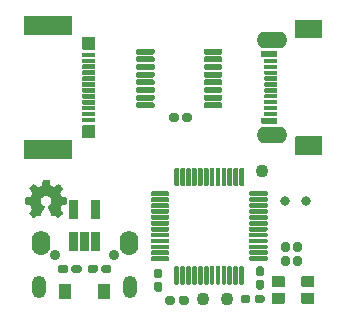
<source format=gbs>
%TF.GenerationSoftware,KiCad,Pcbnew,(5.1.7)-1*%
%TF.CreationDate,2020-11-18T22:53:05+01:00*%
%TF.ProjectId,twonkie,74776f6e-6b69-4652-9e6b-696361645f70,rev?*%
%TF.SameCoordinates,PX448d510PY20b3950*%
%TF.FileFunction,Soldermask,Bot*%
%TF.FilePolarity,Negative*%
%FSLAX46Y46*%
G04 Gerber Fmt 4.6, Leading zero omitted, Abs format (unit mm)*
G04 Created by KiCad (PCBNEW (5.1.7)-1) date 2020-11-18 22:53:05*
%MOMM*%
%LPD*%
G01*
G04 APERTURE LIST*
%ADD10C,0.002540*%
%ADD11O,0.901600X0.901600*%
%ADD12O,1.251600X1.901600*%
%ADD13O,1.551600X2.101600*%
%ADD14O,2.601600X1.401600*%
%ADD15C,1.101600*%
%ADD16C,0.801600*%
G04 APERTURE END LIST*
D10*
%TO.C,G\u002A\u002A\u002A*%
G36*
X3091180Y-17320260D02*
G01*
X3073400Y-17310100D01*
X3032760Y-17284700D01*
X2974340Y-17246600D01*
X2905760Y-17198340D01*
X2834640Y-17152620D01*
X2778760Y-17114520D01*
X2738120Y-17089120D01*
X2722880Y-17078960D01*
X2712720Y-17081500D01*
X2679700Y-17099280D01*
X2631440Y-17122140D01*
X2606040Y-17137380D01*
X2560320Y-17157700D01*
X2540000Y-17160240D01*
X2534920Y-17155160D01*
X2519680Y-17119600D01*
X2494280Y-17063720D01*
X2461260Y-16987520D01*
X2423160Y-16898620D01*
X2382520Y-16802100D01*
X2341880Y-16705580D01*
X2303780Y-16611600D01*
X2268220Y-16527780D01*
X2242820Y-16459200D01*
X2222500Y-16413480D01*
X2217420Y-16393160D01*
X2219960Y-16388080D01*
X2240280Y-16367760D01*
X2278380Y-16337280D01*
X2362200Y-16271240D01*
X2443480Y-16169640D01*
X2494280Y-16052800D01*
X2509520Y-15923260D01*
X2496820Y-15803880D01*
X2448560Y-15692120D01*
X2369820Y-15587980D01*
X2273300Y-15511780D01*
X2159000Y-15463520D01*
X2032000Y-15448280D01*
X1910080Y-15460980D01*
X1793240Y-15506700D01*
X1691640Y-15585440D01*
X1645920Y-15636240D01*
X1587500Y-15740380D01*
X1551940Y-15852140D01*
X1549400Y-15880080D01*
X1554480Y-16002000D01*
X1590040Y-16121380D01*
X1656080Y-16225520D01*
X1744980Y-16311880D01*
X1757680Y-16319500D01*
X1798320Y-16352520D01*
X1826260Y-16372840D01*
X1849120Y-16390620D01*
X1691640Y-16766540D01*
X1666240Y-16827500D01*
X1623060Y-16931640D01*
X1584960Y-17020540D01*
X1557020Y-17089120D01*
X1534160Y-17137380D01*
X1526540Y-17155160D01*
X1524000Y-17157700D01*
X1511300Y-17160240D01*
X1483360Y-17150080D01*
X1430020Y-17124680D01*
X1394460Y-17106900D01*
X1353820Y-17086580D01*
X1336040Y-17078960D01*
X1320800Y-17086580D01*
X1282700Y-17111980D01*
X1226820Y-17150080D01*
X1160780Y-17195800D01*
X1094740Y-17238980D01*
X1036320Y-17277080D01*
X993140Y-17305020D01*
X972820Y-17317720D01*
X970280Y-17317720D01*
X949960Y-17307560D01*
X916940Y-17277080D01*
X866140Y-17228820D01*
X792480Y-17157700D01*
X782320Y-17147540D01*
X721360Y-17086580D01*
X673100Y-17035780D01*
X642620Y-17000220D01*
X629920Y-16982440D01*
X640080Y-16962120D01*
X668020Y-16918940D01*
X706120Y-16860520D01*
X754380Y-16789400D01*
X878840Y-16609060D01*
X810260Y-16436340D01*
X789940Y-16385540D01*
X762000Y-16322040D01*
X744220Y-16276320D01*
X734060Y-16256000D01*
X713740Y-16248380D01*
X668020Y-16238220D01*
X599440Y-16225520D01*
X518160Y-16210280D01*
X441960Y-16195040D01*
X370840Y-16182340D01*
X322580Y-16172180D01*
X299720Y-16167100D01*
X294640Y-16164560D01*
X289560Y-16154400D01*
X287020Y-16129000D01*
X284480Y-16088360D01*
X284480Y-16019780D01*
X284480Y-15923260D01*
X284480Y-15913100D01*
X284480Y-15821660D01*
X287020Y-15748000D01*
X289560Y-15702280D01*
X292100Y-15681960D01*
X312420Y-15676880D01*
X363220Y-15666720D01*
X431800Y-15654020D01*
X515620Y-15638780D01*
X520700Y-15636240D01*
X604520Y-15621000D01*
X673100Y-15605760D01*
X721360Y-15595600D01*
X741680Y-15587980D01*
X746760Y-15582900D01*
X762000Y-15549880D01*
X787400Y-15499080D01*
X812800Y-15435580D01*
X840740Y-15372080D01*
X863600Y-15313660D01*
X878840Y-15270480D01*
X883920Y-15250160D01*
X871220Y-15229840D01*
X843280Y-15186660D01*
X802640Y-15128240D01*
X754380Y-15057120D01*
X751840Y-15052040D01*
X703580Y-14980920D01*
X665480Y-14922500D01*
X640080Y-14879320D01*
X629920Y-14861540D01*
X629920Y-14859000D01*
X645160Y-14838680D01*
X680720Y-14798040D01*
X731520Y-14744700D01*
X795020Y-14683740D01*
X812800Y-14665960D01*
X881380Y-14597380D01*
X929640Y-14554200D01*
X957580Y-14531340D01*
X972820Y-14526260D01*
X993140Y-14538960D01*
X1038860Y-14569440D01*
X1097280Y-14610080D01*
X1168400Y-14658340D01*
X1173480Y-14660880D01*
X1244600Y-14709140D01*
X1303020Y-14747240D01*
X1343660Y-14775180D01*
X1361440Y-14785340D01*
X1363980Y-14785340D01*
X1391920Y-14777720D01*
X1442720Y-14759940D01*
X1503680Y-14737080D01*
X1569720Y-14711680D01*
X1628140Y-14686280D01*
X1671320Y-14665960D01*
X1691640Y-14653260D01*
X1694180Y-14653260D01*
X1699260Y-14627860D01*
X1711960Y-14574520D01*
X1727200Y-14503400D01*
X1742440Y-14417040D01*
X1744980Y-14404340D01*
X1762760Y-14320520D01*
X1775460Y-14251940D01*
X1785620Y-14203680D01*
X1790700Y-14183360D01*
X1800860Y-14180820D01*
X1841500Y-14178280D01*
X1905000Y-14178280D01*
X1981200Y-14175740D01*
X2057400Y-14175740D01*
X2136140Y-14178280D01*
X2202180Y-14180820D01*
X2247900Y-14183360D01*
X2268220Y-14188440D01*
X2275840Y-14213840D01*
X2288540Y-14267180D01*
X2301240Y-14340840D01*
X2319020Y-14424660D01*
X2321560Y-14439900D01*
X2336800Y-14523720D01*
X2352040Y-14592300D01*
X2362200Y-14638020D01*
X2367280Y-14658340D01*
X2374900Y-14660880D01*
X2407920Y-14676120D01*
X2463800Y-14698980D01*
X2532380Y-14726920D01*
X2692400Y-14792960D01*
X2890520Y-14658340D01*
X2908300Y-14645640D01*
X2979420Y-14597380D01*
X3035300Y-14559280D01*
X3075940Y-14533880D01*
X3093720Y-14523720D01*
X3114040Y-14541500D01*
X3154680Y-14577060D01*
X3205480Y-14630400D01*
X3268980Y-14691360D01*
X3314700Y-14737080D01*
X3368040Y-14792960D01*
X3403600Y-14828520D01*
X3421380Y-14853920D01*
X3429000Y-14866620D01*
X3426460Y-14876780D01*
X3413760Y-14897100D01*
X3385820Y-14940280D01*
X3345180Y-14998700D01*
X3296920Y-15069820D01*
X3256280Y-15128240D01*
X3215640Y-15194280D01*
X3187700Y-15240000D01*
X3177540Y-15262860D01*
X3180080Y-15273020D01*
X3192780Y-15311120D01*
X3215640Y-15369540D01*
X3246120Y-15438120D01*
X3314700Y-15593060D01*
X3416300Y-15613380D01*
X3477260Y-15626080D01*
X3563620Y-15641320D01*
X3647440Y-15659100D01*
X3776980Y-15681960D01*
X3782060Y-16154400D01*
X3761740Y-16164560D01*
X3741420Y-16169640D01*
X3693160Y-16179800D01*
X3624580Y-16192500D01*
X3545840Y-16207740D01*
X3477260Y-16220440D01*
X3408680Y-16235680D01*
X3357880Y-16243300D01*
X3335020Y-16248380D01*
X3329940Y-16256000D01*
X3312160Y-16289020D01*
X3289300Y-16342360D01*
X3261360Y-16405860D01*
X3233420Y-16474440D01*
X3208020Y-16535400D01*
X3192780Y-16581120D01*
X3185160Y-16606520D01*
X3195320Y-16624300D01*
X3220720Y-16664940D01*
X3258820Y-16723360D01*
X3307080Y-16791940D01*
X3352800Y-16860520D01*
X3393440Y-16918940D01*
X3421380Y-16959580D01*
X3431540Y-16979900D01*
X3426460Y-16992600D01*
X3398520Y-17025620D01*
X3347720Y-17078960D01*
X3268980Y-17155160D01*
X3256280Y-17167860D01*
X3195320Y-17226280D01*
X3144520Y-17274540D01*
X3108960Y-17307560D01*
X3091180Y-17320260D01*
G37*
X3091180Y-17320260D02*
X3073400Y-17310100D01*
X3032760Y-17284700D01*
X2974340Y-17246600D01*
X2905760Y-17198340D01*
X2834640Y-17152620D01*
X2778760Y-17114520D01*
X2738120Y-17089120D01*
X2722880Y-17078960D01*
X2712720Y-17081500D01*
X2679700Y-17099280D01*
X2631440Y-17122140D01*
X2606040Y-17137380D01*
X2560320Y-17157700D01*
X2540000Y-17160240D01*
X2534920Y-17155160D01*
X2519680Y-17119600D01*
X2494280Y-17063720D01*
X2461260Y-16987520D01*
X2423160Y-16898620D01*
X2382520Y-16802100D01*
X2341880Y-16705580D01*
X2303780Y-16611600D01*
X2268220Y-16527780D01*
X2242820Y-16459200D01*
X2222500Y-16413480D01*
X2217420Y-16393160D01*
X2219960Y-16388080D01*
X2240280Y-16367760D01*
X2278380Y-16337280D01*
X2362200Y-16271240D01*
X2443480Y-16169640D01*
X2494280Y-16052800D01*
X2509520Y-15923260D01*
X2496820Y-15803880D01*
X2448560Y-15692120D01*
X2369820Y-15587980D01*
X2273300Y-15511780D01*
X2159000Y-15463520D01*
X2032000Y-15448280D01*
X1910080Y-15460980D01*
X1793240Y-15506700D01*
X1691640Y-15585440D01*
X1645920Y-15636240D01*
X1587500Y-15740380D01*
X1551940Y-15852140D01*
X1549400Y-15880080D01*
X1554480Y-16002000D01*
X1590040Y-16121380D01*
X1656080Y-16225520D01*
X1744980Y-16311880D01*
X1757680Y-16319500D01*
X1798320Y-16352520D01*
X1826260Y-16372840D01*
X1849120Y-16390620D01*
X1691640Y-16766540D01*
X1666240Y-16827500D01*
X1623060Y-16931640D01*
X1584960Y-17020540D01*
X1557020Y-17089120D01*
X1534160Y-17137380D01*
X1526540Y-17155160D01*
X1524000Y-17157700D01*
X1511300Y-17160240D01*
X1483360Y-17150080D01*
X1430020Y-17124680D01*
X1394460Y-17106900D01*
X1353820Y-17086580D01*
X1336040Y-17078960D01*
X1320800Y-17086580D01*
X1282700Y-17111980D01*
X1226820Y-17150080D01*
X1160780Y-17195800D01*
X1094740Y-17238980D01*
X1036320Y-17277080D01*
X993140Y-17305020D01*
X972820Y-17317720D01*
X970280Y-17317720D01*
X949960Y-17307560D01*
X916940Y-17277080D01*
X866140Y-17228820D01*
X792480Y-17157700D01*
X782320Y-17147540D01*
X721360Y-17086580D01*
X673100Y-17035780D01*
X642620Y-17000220D01*
X629920Y-16982440D01*
X640080Y-16962120D01*
X668020Y-16918940D01*
X706120Y-16860520D01*
X754380Y-16789400D01*
X878840Y-16609060D01*
X810260Y-16436340D01*
X789940Y-16385540D01*
X762000Y-16322040D01*
X744220Y-16276320D01*
X734060Y-16256000D01*
X713740Y-16248380D01*
X668020Y-16238220D01*
X599440Y-16225520D01*
X518160Y-16210280D01*
X441960Y-16195040D01*
X370840Y-16182340D01*
X322580Y-16172180D01*
X299720Y-16167100D01*
X294640Y-16164560D01*
X289560Y-16154400D01*
X287020Y-16129000D01*
X284480Y-16088360D01*
X284480Y-16019780D01*
X284480Y-15923260D01*
X284480Y-15913100D01*
X284480Y-15821660D01*
X287020Y-15748000D01*
X289560Y-15702280D01*
X292100Y-15681960D01*
X312420Y-15676880D01*
X363220Y-15666720D01*
X431800Y-15654020D01*
X515620Y-15638780D01*
X520700Y-15636240D01*
X604520Y-15621000D01*
X673100Y-15605760D01*
X721360Y-15595600D01*
X741680Y-15587980D01*
X746760Y-15582900D01*
X762000Y-15549880D01*
X787400Y-15499080D01*
X812800Y-15435580D01*
X840740Y-15372080D01*
X863600Y-15313660D01*
X878840Y-15270480D01*
X883920Y-15250160D01*
X871220Y-15229840D01*
X843280Y-15186660D01*
X802640Y-15128240D01*
X754380Y-15057120D01*
X751840Y-15052040D01*
X703580Y-14980920D01*
X665480Y-14922500D01*
X640080Y-14879320D01*
X629920Y-14861540D01*
X629920Y-14859000D01*
X645160Y-14838680D01*
X680720Y-14798040D01*
X731520Y-14744700D01*
X795020Y-14683740D01*
X812800Y-14665960D01*
X881380Y-14597380D01*
X929640Y-14554200D01*
X957580Y-14531340D01*
X972820Y-14526260D01*
X993140Y-14538960D01*
X1038860Y-14569440D01*
X1097280Y-14610080D01*
X1168400Y-14658340D01*
X1173480Y-14660880D01*
X1244600Y-14709140D01*
X1303020Y-14747240D01*
X1343660Y-14775180D01*
X1361440Y-14785340D01*
X1363980Y-14785340D01*
X1391920Y-14777720D01*
X1442720Y-14759940D01*
X1503680Y-14737080D01*
X1569720Y-14711680D01*
X1628140Y-14686280D01*
X1671320Y-14665960D01*
X1691640Y-14653260D01*
X1694180Y-14653260D01*
X1699260Y-14627860D01*
X1711960Y-14574520D01*
X1727200Y-14503400D01*
X1742440Y-14417040D01*
X1744980Y-14404340D01*
X1762760Y-14320520D01*
X1775460Y-14251940D01*
X1785620Y-14203680D01*
X1790700Y-14183360D01*
X1800860Y-14180820D01*
X1841500Y-14178280D01*
X1905000Y-14178280D01*
X1981200Y-14175740D01*
X2057400Y-14175740D01*
X2136140Y-14178280D01*
X2202180Y-14180820D01*
X2247900Y-14183360D01*
X2268220Y-14188440D01*
X2275840Y-14213840D01*
X2288540Y-14267180D01*
X2301240Y-14340840D01*
X2319020Y-14424660D01*
X2321560Y-14439900D01*
X2336800Y-14523720D01*
X2352040Y-14592300D01*
X2362200Y-14638020D01*
X2367280Y-14658340D01*
X2374900Y-14660880D01*
X2407920Y-14676120D01*
X2463800Y-14698980D01*
X2532380Y-14726920D01*
X2692400Y-14792960D01*
X2890520Y-14658340D01*
X2908300Y-14645640D01*
X2979420Y-14597380D01*
X3035300Y-14559280D01*
X3075940Y-14533880D01*
X3093720Y-14523720D01*
X3114040Y-14541500D01*
X3154680Y-14577060D01*
X3205480Y-14630400D01*
X3268980Y-14691360D01*
X3314700Y-14737080D01*
X3368040Y-14792960D01*
X3403600Y-14828520D01*
X3421380Y-14853920D01*
X3429000Y-14866620D01*
X3426460Y-14876780D01*
X3413760Y-14897100D01*
X3385820Y-14940280D01*
X3345180Y-14998700D01*
X3296920Y-15069820D01*
X3256280Y-15128240D01*
X3215640Y-15194280D01*
X3187700Y-15240000D01*
X3177540Y-15262860D01*
X3180080Y-15273020D01*
X3192780Y-15311120D01*
X3215640Y-15369540D01*
X3246120Y-15438120D01*
X3314700Y-15593060D01*
X3416300Y-15613380D01*
X3477260Y-15626080D01*
X3563620Y-15641320D01*
X3647440Y-15659100D01*
X3776980Y-15681960D01*
X3782060Y-16154400D01*
X3761740Y-16164560D01*
X3741420Y-16169640D01*
X3693160Y-16179800D01*
X3624580Y-16192500D01*
X3545840Y-16207740D01*
X3477260Y-16220440D01*
X3408680Y-16235680D01*
X3357880Y-16243300D01*
X3335020Y-16248380D01*
X3329940Y-16256000D01*
X3312160Y-16289020D01*
X3289300Y-16342360D01*
X3261360Y-16405860D01*
X3233420Y-16474440D01*
X3208020Y-16535400D01*
X3192780Y-16581120D01*
X3185160Y-16606520D01*
X3195320Y-16624300D01*
X3220720Y-16664940D01*
X3258820Y-16723360D01*
X3307080Y-16791940D01*
X3352800Y-16860520D01*
X3393440Y-16918940D01*
X3421380Y-16959580D01*
X3431540Y-16979900D01*
X3426460Y-16992600D01*
X3398520Y-17025620D01*
X3347720Y-17078960D01*
X3268980Y-17155160D01*
X3256280Y-17167860D01*
X3195320Y-17226280D01*
X3144520Y-17274540D01*
X3108960Y-17307560D01*
X3091180Y-17320260D01*
%TD*%
D11*
%TO.C,J3*%
X7834000Y-20536000D03*
X2834000Y-20536000D03*
D12*
X9209000Y-23286000D03*
X1459000Y-23286000D03*
D13*
X9059000Y-19486000D03*
X1609000Y-19486000D03*
%TD*%
%TO.C,J1*%
G36*
G01*
X21590000Y-8780800D02*
X20590000Y-8780800D01*
G75*
G02*
X20539200Y-8730000I0J50800D01*
G01*
X20539200Y-8470000D01*
G75*
G02*
X20590000Y-8419200I50800J0D01*
G01*
X21590000Y-8419200D01*
G75*
G02*
X21640800Y-8470000I0J-50800D01*
G01*
X21640800Y-8730000D01*
G75*
G02*
X21590000Y-8780800I-50800J0D01*
G01*
G37*
G36*
G01*
X21590000Y-8280800D02*
X20590000Y-8280800D01*
G75*
G02*
X20539200Y-8230000I0J50800D01*
G01*
X20539200Y-7970000D01*
G75*
G02*
X20590000Y-7919200I50800J0D01*
G01*
X21590000Y-7919200D01*
G75*
G02*
X21640800Y-7970000I0J-50800D01*
G01*
X21640800Y-8230000D01*
G75*
G02*
X21590000Y-8280800I-50800J0D01*
G01*
G37*
G36*
G01*
X21590000Y-7780800D02*
X20590000Y-7780800D01*
G75*
G02*
X20539200Y-7730000I0J50800D01*
G01*
X20539200Y-7470000D01*
G75*
G02*
X20590000Y-7419200I50800J0D01*
G01*
X21590000Y-7419200D01*
G75*
G02*
X21640800Y-7470000I0J-50800D01*
G01*
X21640800Y-7730000D01*
G75*
G02*
X21590000Y-7780800I-50800J0D01*
G01*
G37*
G36*
G01*
X21590000Y-7280800D02*
X20590000Y-7280800D01*
G75*
G02*
X20539200Y-7230000I0J50800D01*
G01*
X20539200Y-6970000D01*
G75*
G02*
X20590000Y-6919200I50800J0D01*
G01*
X21590000Y-6919200D01*
G75*
G02*
X21640800Y-6970000I0J-50800D01*
G01*
X21640800Y-7230000D01*
G75*
G02*
X21590000Y-7280800I-50800J0D01*
G01*
G37*
G36*
G01*
X21590000Y-6780800D02*
X20590000Y-6780800D01*
G75*
G02*
X20539200Y-6730000I0J50800D01*
G01*
X20539200Y-6470000D01*
G75*
G02*
X20590000Y-6419200I50800J0D01*
G01*
X21590000Y-6419200D01*
G75*
G02*
X21640800Y-6470000I0J-50800D01*
G01*
X21640800Y-6730000D01*
G75*
G02*
X21590000Y-6780800I-50800J0D01*
G01*
G37*
G36*
G01*
X21590000Y-6280800D02*
X20590000Y-6280800D01*
G75*
G02*
X20539200Y-6230000I0J50800D01*
G01*
X20539200Y-5970000D01*
G75*
G02*
X20590000Y-5919200I50800J0D01*
G01*
X21590000Y-5919200D01*
G75*
G02*
X21640800Y-5970000I0J-50800D01*
G01*
X21640800Y-6230000D01*
G75*
G02*
X21590000Y-6280800I-50800J0D01*
G01*
G37*
G36*
G01*
X21590000Y-5780800D02*
X20590000Y-5780800D01*
G75*
G02*
X20539200Y-5730000I0J50800D01*
G01*
X20539200Y-5470000D01*
G75*
G02*
X20590000Y-5419200I50800J0D01*
G01*
X21590000Y-5419200D01*
G75*
G02*
X21640800Y-5470000I0J-50800D01*
G01*
X21640800Y-5730000D01*
G75*
G02*
X21590000Y-5780800I-50800J0D01*
G01*
G37*
G36*
G01*
X21590000Y-5280800D02*
X20590000Y-5280800D01*
G75*
G02*
X20539200Y-5230000I0J50800D01*
G01*
X20539200Y-4970000D01*
G75*
G02*
X20590000Y-4919200I50800J0D01*
G01*
X21590000Y-4919200D01*
G75*
G02*
X21640800Y-4970000I0J-50800D01*
G01*
X21640800Y-5230000D01*
G75*
G02*
X21590000Y-5280800I-50800J0D01*
G01*
G37*
G36*
G01*
X21590000Y-4780800D02*
X20590000Y-4780800D01*
G75*
G02*
X20539200Y-4730000I0J50800D01*
G01*
X20539200Y-4470000D01*
G75*
G02*
X20590000Y-4419200I50800J0D01*
G01*
X21590000Y-4419200D01*
G75*
G02*
X21640800Y-4470000I0J-50800D01*
G01*
X21640800Y-4730000D01*
G75*
G02*
X21590000Y-4780800I-50800J0D01*
G01*
G37*
G36*
G01*
X21590000Y-4280800D02*
X20590000Y-4280800D01*
G75*
G02*
X20539200Y-4230000I0J50800D01*
G01*
X20539200Y-3970000D01*
G75*
G02*
X20590000Y-3919200I50800J0D01*
G01*
X21590000Y-3919200D01*
G75*
G02*
X21640800Y-3970000I0J-50800D01*
G01*
X21640800Y-4230000D01*
G75*
G02*
X21590000Y-4280800I-50800J0D01*
G01*
G37*
G36*
G01*
X21590000Y-9430800D02*
X20340000Y-9430800D01*
G75*
G02*
X20289200Y-9380000I0J50800D01*
G01*
X20289200Y-8970000D01*
G75*
G02*
X20340000Y-8919200I50800J0D01*
G01*
X21590000Y-8919200D01*
G75*
G02*
X21640800Y-8970000I0J-50800D01*
G01*
X21640800Y-9380000D01*
G75*
G02*
X21590000Y-9430800I-50800J0D01*
G01*
G37*
G36*
G01*
X21590000Y-3780800D02*
X20340000Y-3780800D01*
G75*
G02*
X20289200Y-3730000I0J50800D01*
G01*
X20289200Y-3320000D01*
G75*
G02*
X20340000Y-3269200I50800J0D01*
G01*
X21590000Y-3269200D01*
G75*
G02*
X21640800Y-3320000I0J-50800D01*
G01*
X21640800Y-3730000D01*
G75*
G02*
X21590000Y-3780800I-50800J0D01*
G01*
G37*
D14*
X21190000Y-10360000D03*
X21190000Y-2340000D03*
G36*
G01*
X25390000Y-12100800D02*
X23190000Y-12100800D01*
G75*
G02*
X23139200Y-12050000I0J50800D01*
G01*
X23139200Y-10550000D01*
G75*
G02*
X23190000Y-10499200I50800J0D01*
G01*
X25390000Y-10499200D01*
G75*
G02*
X25440800Y-10550000I0J-50800D01*
G01*
X25440800Y-12050000D01*
G75*
G02*
X25390000Y-12100800I-50800J0D01*
G01*
G37*
G36*
G01*
X25390000Y-2200800D02*
X23190000Y-2200800D01*
G75*
G02*
X23139200Y-2150000I0J50800D01*
G01*
X23139200Y-650000D01*
G75*
G02*
X23190000Y-599200I50800J0D01*
G01*
X25390000Y-599200D01*
G75*
G02*
X25440800Y-650000I0J-50800D01*
G01*
X25440800Y-2150000D01*
G75*
G02*
X25390000Y-2200800I-50800J0D01*
G01*
G37*
%TD*%
%TO.C,J2*%
G36*
G01*
X215000Y-299200D02*
X4215000Y-299200D01*
G75*
G02*
X4265800Y-350000I0J-50800D01*
G01*
X4265800Y-1850000D01*
G75*
G02*
X4215000Y-1900800I-50800J0D01*
G01*
X215000Y-1900800D01*
G75*
G02*
X164200Y-1850000I0J50800D01*
G01*
X164200Y-350000D01*
G75*
G02*
X215000Y-299200I50800J0D01*
G01*
G37*
G36*
G01*
X215000Y-10799200D02*
X4215000Y-10799200D01*
G75*
G02*
X4265800Y-10850000I0J-50800D01*
G01*
X4265800Y-12350000D01*
G75*
G02*
X4215000Y-12400800I-50800J0D01*
G01*
X215000Y-12400800D01*
G75*
G02*
X164200Y-12350000I0J50800D01*
G01*
X164200Y-10850000D01*
G75*
G02*
X215000Y-10799200I50800J0D01*
G01*
G37*
G36*
G01*
X5175000Y-3399200D02*
X6175000Y-3399200D01*
G75*
G02*
X6225800Y-3450000I0J-50800D01*
G01*
X6225800Y-3750000D01*
G75*
G02*
X6175000Y-3800800I-50800J0D01*
G01*
X5175000Y-3800800D01*
G75*
G02*
X5124200Y-3750000I0J50800D01*
G01*
X5124200Y-3450000D01*
G75*
G02*
X5175000Y-3399200I50800J0D01*
G01*
G37*
G36*
G01*
X5175000Y-3899200D02*
X6175000Y-3899200D01*
G75*
G02*
X6225800Y-3950000I0J-50800D01*
G01*
X6225800Y-4250000D01*
G75*
G02*
X6175000Y-4300800I-50800J0D01*
G01*
X5175000Y-4300800D01*
G75*
G02*
X5124200Y-4250000I0J50800D01*
G01*
X5124200Y-3950000D01*
G75*
G02*
X5175000Y-3899200I50800J0D01*
G01*
G37*
G36*
G01*
X5175000Y-4399200D02*
X6175000Y-4399200D01*
G75*
G02*
X6225800Y-4450000I0J-50800D01*
G01*
X6225800Y-4750000D01*
G75*
G02*
X6175000Y-4800800I-50800J0D01*
G01*
X5175000Y-4800800D01*
G75*
G02*
X5124200Y-4750000I0J50800D01*
G01*
X5124200Y-4450000D01*
G75*
G02*
X5175000Y-4399200I50800J0D01*
G01*
G37*
G36*
G01*
X5175000Y-4899200D02*
X6175000Y-4899200D01*
G75*
G02*
X6225800Y-4950000I0J-50800D01*
G01*
X6225800Y-5250000D01*
G75*
G02*
X6175000Y-5300800I-50800J0D01*
G01*
X5175000Y-5300800D01*
G75*
G02*
X5124200Y-5250000I0J50800D01*
G01*
X5124200Y-4950000D01*
G75*
G02*
X5175000Y-4899200I50800J0D01*
G01*
G37*
G36*
G01*
X5175000Y-5399200D02*
X6175000Y-5399200D01*
G75*
G02*
X6225800Y-5450000I0J-50800D01*
G01*
X6225800Y-5750000D01*
G75*
G02*
X6175000Y-5800800I-50800J0D01*
G01*
X5175000Y-5800800D01*
G75*
G02*
X5124200Y-5750000I0J50800D01*
G01*
X5124200Y-5450000D01*
G75*
G02*
X5175000Y-5399200I50800J0D01*
G01*
G37*
G36*
G01*
X5175000Y-6899200D02*
X6175000Y-6899200D01*
G75*
G02*
X6225800Y-6950000I0J-50800D01*
G01*
X6225800Y-7250000D01*
G75*
G02*
X6175000Y-7300800I-50800J0D01*
G01*
X5175000Y-7300800D01*
G75*
G02*
X5124200Y-7250000I0J50800D01*
G01*
X5124200Y-6950000D01*
G75*
G02*
X5175000Y-6899200I50800J0D01*
G01*
G37*
G36*
G01*
X5175000Y-7399200D02*
X6175000Y-7399200D01*
G75*
G02*
X6225800Y-7450000I0J-50800D01*
G01*
X6225800Y-7750000D01*
G75*
G02*
X6175000Y-7800800I-50800J0D01*
G01*
X5175000Y-7800800D01*
G75*
G02*
X5124200Y-7750000I0J50800D01*
G01*
X5124200Y-7450000D01*
G75*
G02*
X5175000Y-7399200I50800J0D01*
G01*
G37*
G36*
G01*
X5175000Y-7899200D02*
X6175000Y-7899200D01*
G75*
G02*
X6225800Y-7950000I0J-50800D01*
G01*
X6225800Y-8250000D01*
G75*
G02*
X6175000Y-8300800I-50800J0D01*
G01*
X5175000Y-8300800D01*
G75*
G02*
X5124200Y-8250000I0J50800D01*
G01*
X5124200Y-7950000D01*
G75*
G02*
X5175000Y-7899200I50800J0D01*
G01*
G37*
G36*
G01*
X5175000Y-8399200D02*
X6175000Y-8399200D01*
G75*
G02*
X6225800Y-8450000I0J-50800D01*
G01*
X6225800Y-8750000D01*
G75*
G02*
X6175000Y-8800800I-50800J0D01*
G01*
X5175000Y-8800800D01*
G75*
G02*
X5124200Y-8750000I0J50800D01*
G01*
X5124200Y-8450000D01*
G75*
G02*
X5175000Y-8399200I50800J0D01*
G01*
G37*
G36*
G01*
X5175000Y-8899200D02*
X6175000Y-8899200D01*
G75*
G02*
X6225800Y-8950000I0J-50800D01*
G01*
X6225800Y-9250000D01*
G75*
G02*
X6175000Y-9300800I-50800J0D01*
G01*
X5175000Y-9300800D01*
G75*
G02*
X5124200Y-9250000I0J50800D01*
G01*
X5124200Y-8950000D01*
G75*
G02*
X5175000Y-8899200I50800J0D01*
G01*
G37*
G36*
G01*
X5175000Y-5899200D02*
X6175000Y-5899200D01*
G75*
G02*
X6225800Y-5950000I0J-50800D01*
G01*
X6225800Y-6250000D01*
G75*
G02*
X6175000Y-6300800I-50800J0D01*
G01*
X5175000Y-6300800D01*
G75*
G02*
X5124200Y-6250000I0J50800D01*
G01*
X5124200Y-5950000D01*
G75*
G02*
X5175000Y-5899200I50800J0D01*
G01*
G37*
G36*
G01*
X5175000Y-6399200D02*
X6175000Y-6399200D01*
G75*
G02*
X6225800Y-6450000I0J-50800D01*
G01*
X6225800Y-6750000D01*
G75*
G02*
X6175000Y-6800800I-50800J0D01*
G01*
X5175000Y-6800800D01*
G75*
G02*
X5124200Y-6750000I0J50800D01*
G01*
X5124200Y-6450000D01*
G75*
G02*
X5175000Y-6399200I50800J0D01*
G01*
G37*
G36*
G01*
X5175000Y-9549200D02*
X6175000Y-9549200D01*
G75*
G02*
X6225800Y-9600000I0J-50800D01*
G01*
X6225800Y-10600000D01*
G75*
G02*
X6175000Y-10650800I-50800J0D01*
G01*
X5175000Y-10650800D01*
G75*
G02*
X5124200Y-10600000I0J50800D01*
G01*
X5124200Y-9600000D01*
G75*
G02*
X5175000Y-9549200I50800J0D01*
G01*
G37*
G36*
G01*
X5175000Y-2049200D02*
X6175000Y-2049200D01*
G75*
G02*
X6225800Y-2100000I0J-50800D01*
G01*
X6225800Y-3100000D01*
G75*
G02*
X6175000Y-3150800I-50800J0D01*
G01*
X5175000Y-3150800D01*
G75*
G02*
X5124200Y-3100000I0J50800D01*
G01*
X5124200Y-2100000D01*
G75*
G02*
X5175000Y-2049200I50800J0D01*
G01*
G37*
%TD*%
%TO.C,U4*%
G36*
G01*
X11024600Y-15146700D02*
X12400400Y-15146700D01*
G75*
G02*
X12500800Y-15247100I0J-100400D01*
G01*
X12500800Y-15447900D01*
G75*
G02*
X12400400Y-15548300I-100400J0D01*
G01*
X11024600Y-15548300D01*
G75*
G02*
X10924200Y-15447900I0J100400D01*
G01*
X10924200Y-15247100D01*
G75*
G02*
X11024600Y-15146700I100400J0D01*
G01*
G37*
G36*
G01*
X11024600Y-15646700D02*
X12400400Y-15646700D01*
G75*
G02*
X12500800Y-15747100I0J-100400D01*
G01*
X12500800Y-15947900D01*
G75*
G02*
X12400400Y-16048300I-100400J0D01*
G01*
X11024600Y-16048300D01*
G75*
G02*
X10924200Y-15947900I0J100400D01*
G01*
X10924200Y-15747100D01*
G75*
G02*
X11024600Y-15646700I100400J0D01*
G01*
G37*
G36*
G01*
X11024600Y-16146700D02*
X12400400Y-16146700D01*
G75*
G02*
X12500800Y-16247100I0J-100400D01*
G01*
X12500800Y-16447900D01*
G75*
G02*
X12400400Y-16548300I-100400J0D01*
G01*
X11024600Y-16548300D01*
G75*
G02*
X10924200Y-16447900I0J100400D01*
G01*
X10924200Y-16247100D01*
G75*
G02*
X11024600Y-16146700I100400J0D01*
G01*
G37*
G36*
G01*
X11024600Y-16646700D02*
X12400400Y-16646700D01*
G75*
G02*
X12500800Y-16747100I0J-100400D01*
G01*
X12500800Y-16947900D01*
G75*
G02*
X12400400Y-17048300I-100400J0D01*
G01*
X11024600Y-17048300D01*
G75*
G02*
X10924200Y-16947900I0J100400D01*
G01*
X10924200Y-16747100D01*
G75*
G02*
X11024600Y-16646700I100400J0D01*
G01*
G37*
G36*
G01*
X11024600Y-17146700D02*
X12400400Y-17146700D01*
G75*
G02*
X12500800Y-17247100I0J-100400D01*
G01*
X12500800Y-17447900D01*
G75*
G02*
X12400400Y-17548300I-100400J0D01*
G01*
X11024600Y-17548300D01*
G75*
G02*
X10924200Y-17447900I0J100400D01*
G01*
X10924200Y-17247100D01*
G75*
G02*
X11024600Y-17146700I100400J0D01*
G01*
G37*
G36*
G01*
X11024600Y-17646700D02*
X12400400Y-17646700D01*
G75*
G02*
X12500800Y-17747100I0J-100400D01*
G01*
X12500800Y-17947900D01*
G75*
G02*
X12400400Y-18048300I-100400J0D01*
G01*
X11024600Y-18048300D01*
G75*
G02*
X10924200Y-17947900I0J100400D01*
G01*
X10924200Y-17747100D01*
G75*
G02*
X11024600Y-17646700I100400J0D01*
G01*
G37*
G36*
G01*
X11024600Y-18146700D02*
X12400400Y-18146700D01*
G75*
G02*
X12500800Y-18247100I0J-100400D01*
G01*
X12500800Y-18447900D01*
G75*
G02*
X12400400Y-18548300I-100400J0D01*
G01*
X11024600Y-18548300D01*
G75*
G02*
X10924200Y-18447900I0J100400D01*
G01*
X10924200Y-18247100D01*
G75*
G02*
X11024600Y-18146700I100400J0D01*
G01*
G37*
G36*
G01*
X11024600Y-18646700D02*
X12400400Y-18646700D01*
G75*
G02*
X12500800Y-18747100I0J-100400D01*
G01*
X12500800Y-18947900D01*
G75*
G02*
X12400400Y-19048300I-100400J0D01*
G01*
X11024600Y-19048300D01*
G75*
G02*
X10924200Y-18947900I0J100400D01*
G01*
X10924200Y-18747100D01*
G75*
G02*
X11024600Y-18646700I100400J0D01*
G01*
G37*
G36*
G01*
X11024600Y-19146700D02*
X12400400Y-19146700D01*
G75*
G02*
X12500800Y-19247100I0J-100400D01*
G01*
X12500800Y-19447900D01*
G75*
G02*
X12400400Y-19548300I-100400J0D01*
G01*
X11024600Y-19548300D01*
G75*
G02*
X10924200Y-19447900I0J100400D01*
G01*
X10924200Y-19247100D01*
G75*
G02*
X11024600Y-19146700I100400J0D01*
G01*
G37*
G36*
G01*
X11024600Y-19646700D02*
X12400400Y-19646700D01*
G75*
G02*
X12500800Y-19747100I0J-100400D01*
G01*
X12500800Y-19947900D01*
G75*
G02*
X12400400Y-20048300I-100400J0D01*
G01*
X11024600Y-20048300D01*
G75*
G02*
X10924200Y-19947900I0J100400D01*
G01*
X10924200Y-19747100D01*
G75*
G02*
X11024600Y-19646700I100400J0D01*
G01*
G37*
G36*
G01*
X11024600Y-20146700D02*
X12400400Y-20146700D01*
G75*
G02*
X12500800Y-20247100I0J-100400D01*
G01*
X12500800Y-20447900D01*
G75*
G02*
X12400400Y-20548300I-100400J0D01*
G01*
X11024600Y-20548300D01*
G75*
G02*
X10924200Y-20447900I0J100400D01*
G01*
X10924200Y-20247100D01*
G75*
G02*
X11024600Y-20146700I100400J0D01*
G01*
G37*
G36*
G01*
X11024600Y-20646700D02*
X12400400Y-20646700D01*
G75*
G02*
X12500800Y-20747100I0J-100400D01*
G01*
X12500800Y-20947900D01*
G75*
G02*
X12400400Y-21048300I-100400J0D01*
G01*
X11024600Y-21048300D01*
G75*
G02*
X10924200Y-20947900I0J100400D01*
G01*
X10924200Y-20747100D01*
G75*
G02*
X11024600Y-20646700I100400J0D01*
G01*
G37*
G36*
G01*
X13024600Y-21471700D02*
X13225400Y-21471700D01*
G75*
G02*
X13325800Y-21572100I0J-100400D01*
G01*
X13325800Y-22947900D01*
G75*
G02*
X13225400Y-23048300I-100400J0D01*
G01*
X13024600Y-23048300D01*
G75*
G02*
X12924200Y-22947900I0J100400D01*
G01*
X12924200Y-21572100D01*
G75*
G02*
X13024600Y-21471700I100400J0D01*
G01*
G37*
G36*
G01*
X13524600Y-21471700D02*
X13725400Y-21471700D01*
G75*
G02*
X13825800Y-21572100I0J-100400D01*
G01*
X13825800Y-22947900D01*
G75*
G02*
X13725400Y-23048300I-100400J0D01*
G01*
X13524600Y-23048300D01*
G75*
G02*
X13424200Y-22947900I0J100400D01*
G01*
X13424200Y-21572100D01*
G75*
G02*
X13524600Y-21471700I100400J0D01*
G01*
G37*
G36*
G01*
X14024600Y-21471700D02*
X14225400Y-21471700D01*
G75*
G02*
X14325800Y-21572100I0J-100400D01*
G01*
X14325800Y-22947900D01*
G75*
G02*
X14225400Y-23048300I-100400J0D01*
G01*
X14024600Y-23048300D01*
G75*
G02*
X13924200Y-22947900I0J100400D01*
G01*
X13924200Y-21572100D01*
G75*
G02*
X14024600Y-21471700I100400J0D01*
G01*
G37*
G36*
G01*
X14524600Y-21471700D02*
X14725400Y-21471700D01*
G75*
G02*
X14825800Y-21572100I0J-100400D01*
G01*
X14825800Y-22947900D01*
G75*
G02*
X14725400Y-23048300I-100400J0D01*
G01*
X14524600Y-23048300D01*
G75*
G02*
X14424200Y-22947900I0J100400D01*
G01*
X14424200Y-21572100D01*
G75*
G02*
X14524600Y-21471700I100400J0D01*
G01*
G37*
G36*
G01*
X15024600Y-21471700D02*
X15225400Y-21471700D01*
G75*
G02*
X15325800Y-21572100I0J-100400D01*
G01*
X15325800Y-22947900D01*
G75*
G02*
X15225400Y-23048300I-100400J0D01*
G01*
X15024600Y-23048300D01*
G75*
G02*
X14924200Y-22947900I0J100400D01*
G01*
X14924200Y-21572100D01*
G75*
G02*
X15024600Y-21471700I100400J0D01*
G01*
G37*
G36*
G01*
X15524600Y-21471700D02*
X15725400Y-21471700D01*
G75*
G02*
X15825800Y-21572100I0J-100400D01*
G01*
X15825800Y-22947900D01*
G75*
G02*
X15725400Y-23048300I-100400J0D01*
G01*
X15524600Y-23048300D01*
G75*
G02*
X15424200Y-22947900I0J100400D01*
G01*
X15424200Y-21572100D01*
G75*
G02*
X15524600Y-21471700I100400J0D01*
G01*
G37*
G36*
G01*
X16024600Y-21471700D02*
X16225400Y-21471700D01*
G75*
G02*
X16325800Y-21572100I0J-100400D01*
G01*
X16325800Y-22947900D01*
G75*
G02*
X16225400Y-23048300I-100400J0D01*
G01*
X16024600Y-23048300D01*
G75*
G02*
X15924200Y-22947900I0J100400D01*
G01*
X15924200Y-21572100D01*
G75*
G02*
X16024600Y-21471700I100400J0D01*
G01*
G37*
G36*
G01*
X16524600Y-21471700D02*
X16725400Y-21471700D01*
G75*
G02*
X16825800Y-21572100I0J-100400D01*
G01*
X16825800Y-22947900D01*
G75*
G02*
X16725400Y-23048300I-100400J0D01*
G01*
X16524600Y-23048300D01*
G75*
G02*
X16424200Y-22947900I0J100400D01*
G01*
X16424200Y-21572100D01*
G75*
G02*
X16524600Y-21471700I100400J0D01*
G01*
G37*
G36*
G01*
X17024600Y-21471700D02*
X17225400Y-21471700D01*
G75*
G02*
X17325800Y-21572100I0J-100400D01*
G01*
X17325800Y-22947900D01*
G75*
G02*
X17225400Y-23048300I-100400J0D01*
G01*
X17024600Y-23048300D01*
G75*
G02*
X16924200Y-22947900I0J100400D01*
G01*
X16924200Y-21572100D01*
G75*
G02*
X17024600Y-21471700I100400J0D01*
G01*
G37*
G36*
G01*
X17524600Y-21471700D02*
X17725400Y-21471700D01*
G75*
G02*
X17825800Y-21572100I0J-100400D01*
G01*
X17825800Y-22947900D01*
G75*
G02*
X17725400Y-23048300I-100400J0D01*
G01*
X17524600Y-23048300D01*
G75*
G02*
X17424200Y-22947900I0J100400D01*
G01*
X17424200Y-21572100D01*
G75*
G02*
X17524600Y-21471700I100400J0D01*
G01*
G37*
G36*
G01*
X18024600Y-21471700D02*
X18225400Y-21471700D01*
G75*
G02*
X18325800Y-21572100I0J-100400D01*
G01*
X18325800Y-22947900D01*
G75*
G02*
X18225400Y-23048300I-100400J0D01*
G01*
X18024600Y-23048300D01*
G75*
G02*
X17924200Y-22947900I0J100400D01*
G01*
X17924200Y-21572100D01*
G75*
G02*
X18024600Y-21471700I100400J0D01*
G01*
G37*
G36*
G01*
X18524600Y-21471700D02*
X18725400Y-21471700D01*
G75*
G02*
X18825800Y-21572100I0J-100400D01*
G01*
X18825800Y-22947900D01*
G75*
G02*
X18725400Y-23048300I-100400J0D01*
G01*
X18524600Y-23048300D01*
G75*
G02*
X18424200Y-22947900I0J100400D01*
G01*
X18424200Y-21572100D01*
G75*
G02*
X18524600Y-21471700I100400J0D01*
G01*
G37*
G36*
G01*
X19349600Y-20646700D02*
X20725400Y-20646700D01*
G75*
G02*
X20825800Y-20747100I0J-100400D01*
G01*
X20825800Y-20947900D01*
G75*
G02*
X20725400Y-21048300I-100400J0D01*
G01*
X19349600Y-21048300D01*
G75*
G02*
X19249200Y-20947900I0J100400D01*
G01*
X19249200Y-20747100D01*
G75*
G02*
X19349600Y-20646700I100400J0D01*
G01*
G37*
G36*
G01*
X19349600Y-20146700D02*
X20725400Y-20146700D01*
G75*
G02*
X20825800Y-20247100I0J-100400D01*
G01*
X20825800Y-20447900D01*
G75*
G02*
X20725400Y-20548300I-100400J0D01*
G01*
X19349600Y-20548300D01*
G75*
G02*
X19249200Y-20447900I0J100400D01*
G01*
X19249200Y-20247100D01*
G75*
G02*
X19349600Y-20146700I100400J0D01*
G01*
G37*
G36*
G01*
X19349600Y-19646700D02*
X20725400Y-19646700D01*
G75*
G02*
X20825800Y-19747100I0J-100400D01*
G01*
X20825800Y-19947900D01*
G75*
G02*
X20725400Y-20048300I-100400J0D01*
G01*
X19349600Y-20048300D01*
G75*
G02*
X19249200Y-19947900I0J100400D01*
G01*
X19249200Y-19747100D01*
G75*
G02*
X19349600Y-19646700I100400J0D01*
G01*
G37*
G36*
G01*
X19349600Y-19146700D02*
X20725400Y-19146700D01*
G75*
G02*
X20825800Y-19247100I0J-100400D01*
G01*
X20825800Y-19447900D01*
G75*
G02*
X20725400Y-19548300I-100400J0D01*
G01*
X19349600Y-19548300D01*
G75*
G02*
X19249200Y-19447900I0J100400D01*
G01*
X19249200Y-19247100D01*
G75*
G02*
X19349600Y-19146700I100400J0D01*
G01*
G37*
G36*
G01*
X19349600Y-18646700D02*
X20725400Y-18646700D01*
G75*
G02*
X20825800Y-18747100I0J-100400D01*
G01*
X20825800Y-18947900D01*
G75*
G02*
X20725400Y-19048300I-100400J0D01*
G01*
X19349600Y-19048300D01*
G75*
G02*
X19249200Y-18947900I0J100400D01*
G01*
X19249200Y-18747100D01*
G75*
G02*
X19349600Y-18646700I100400J0D01*
G01*
G37*
G36*
G01*
X19349600Y-18146700D02*
X20725400Y-18146700D01*
G75*
G02*
X20825800Y-18247100I0J-100400D01*
G01*
X20825800Y-18447900D01*
G75*
G02*
X20725400Y-18548300I-100400J0D01*
G01*
X19349600Y-18548300D01*
G75*
G02*
X19249200Y-18447900I0J100400D01*
G01*
X19249200Y-18247100D01*
G75*
G02*
X19349600Y-18146700I100400J0D01*
G01*
G37*
G36*
G01*
X19349600Y-17646700D02*
X20725400Y-17646700D01*
G75*
G02*
X20825800Y-17747100I0J-100400D01*
G01*
X20825800Y-17947900D01*
G75*
G02*
X20725400Y-18048300I-100400J0D01*
G01*
X19349600Y-18048300D01*
G75*
G02*
X19249200Y-17947900I0J100400D01*
G01*
X19249200Y-17747100D01*
G75*
G02*
X19349600Y-17646700I100400J0D01*
G01*
G37*
G36*
G01*
X19349600Y-17146700D02*
X20725400Y-17146700D01*
G75*
G02*
X20825800Y-17247100I0J-100400D01*
G01*
X20825800Y-17447900D01*
G75*
G02*
X20725400Y-17548300I-100400J0D01*
G01*
X19349600Y-17548300D01*
G75*
G02*
X19249200Y-17447900I0J100400D01*
G01*
X19249200Y-17247100D01*
G75*
G02*
X19349600Y-17146700I100400J0D01*
G01*
G37*
G36*
G01*
X19349600Y-16646700D02*
X20725400Y-16646700D01*
G75*
G02*
X20825800Y-16747100I0J-100400D01*
G01*
X20825800Y-16947900D01*
G75*
G02*
X20725400Y-17048300I-100400J0D01*
G01*
X19349600Y-17048300D01*
G75*
G02*
X19249200Y-16947900I0J100400D01*
G01*
X19249200Y-16747100D01*
G75*
G02*
X19349600Y-16646700I100400J0D01*
G01*
G37*
G36*
G01*
X19349600Y-16146700D02*
X20725400Y-16146700D01*
G75*
G02*
X20825800Y-16247100I0J-100400D01*
G01*
X20825800Y-16447900D01*
G75*
G02*
X20725400Y-16548300I-100400J0D01*
G01*
X19349600Y-16548300D01*
G75*
G02*
X19249200Y-16447900I0J100400D01*
G01*
X19249200Y-16247100D01*
G75*
G02*
X19349600Y-16146700I100400J0D01*
G01*
G37*
G36*
G01*
X19349600Y-15646700D02*
X20725400Y-15646700D01*
G75*
G02*
X20825800Y-15747100I0J-100400D01*
G01*
X20825800Y-15947900D01*
G75*
G02*
X20725400Y-16048300I-100400J0D01*
G01*
X19349600Y-16048300D01*
G75*
G02*
X19249200Y-15947900I0J100400D01*
G01*
X19249200Y-15747100D01*
G75*
G02*
X19349600Y-15646700I100400J0D01*
G01*
G37*
G36*
G01*
X19349600Y-15146700D02*
X20725400Y-15146700D01*
G75*
G02*
X20825800Y-15247100I0J-100400D01*
G01*
X20825800Y-15447900D01*
G75*
G02*
X20725400Y-15548300I-100400J0D01*
G01*
X19349600Y-15548300D01*
G75*
G02*
X19249200Y-15447900I0J100400D01*
G01*
X19249200Y-15247100D01*
G75*
G02*
X19349600Y-15146700I100400J0D01*
G01*
G37*
G36*
G01*
X18524600Y-13146700D02*
X18725400Y-13146700D01*
G75*
G02*
X18825800Y-13247100I0J-100400D01*
G01*
X18825800Y-14622900D01*
G75*
G02*
X18725400Y-14723300I-100400J0D01*
G01*
X18524600Y-14723300D01*
G75*
G02*
X18424200Y-14622900I0J100400D01*
G01*
X18424200Y-13247100D01*
G75*
G02*
X18524600Y-13146700I100400J0D01*
G01*
G37*
G36*
G01*
X18024600Y-13146700D02*
X18225400Y-13146700D01*
G75*
G02*
X18325800Y-13247100I0J-100400D01*
G01*
X18325800Y-14622900D01*
G75*
G02*
X18225400Y-14723300I-100400J0D01*
G01*
X18024600Y-14723300D01*
G75*
G02*
X17924200Y-14622900I0J100400D01*
G01*
X17924200Y-13247100D01*
G75*
G02*
X18024600Y-13146700I100400J0D01*
G01*
G37*
G36*
G01*
X17524600Y-13146700D02*
X17725400Y-13146700D01*
G75*
G02*
X17825800Y-13247100I0J-100400D01*
G01*
X17825800Y-14622900D01*
G75*
G02*
X17725400Y-14723300I-100400J0D01*
G01*
X17524600Y-14723300D01*
G75*
G02*
X17424200Y-14622900I0J100400D01*
G01*
X17424200Y-13247100D01*
G75*
G02*
X17524600Y-13146700I100400J0D01*
G01*
G37*
G36*
G01*
X17024600Y-13146700D02*
X17225400Y-13146700D01*
G75*
G02*
X17325800Y-13247100I0J-100400D01*
G01*
X17325800Y-14622900D01*
G75*
G02*
X17225400Y-14723300I-100400J0D01*
G01*
X17024600Y-14723300D01*
G75*
G02*
X16924200Y-14622900I0J100400D01*
G01*
X16924200Y-13247100D01*
G75*
G02*
X17024600Y-13146700I100400J0D01*
G01*
G37*
G36*
G01*
X16524600Y-13146700D02*
X16725400Y-13146700D01*
G75*
G02*
X16825800Y-13247100I0J-100400D01*
G01*
X16825800Y-14622900D01*
G75*
G02*
X16725400Y-14723300I-100400J0D01*
G01*
X16524600Y-14723300D01*
G75*
G02*
X16424200Y-14622900I0J100400D01*
G01*
X16424200Y-13247100D01*
G75*
G02*
X16524600Y-13146700I100400J0D01*
G01*
G37*
G36*
G01*
X16024600Y-13146700D02*
X16225400Y-13146700D01*
G75*
G02*
X16325800Y-13247100I0J-100400D01*
G01*
X16325800Y-14622900D01*
G75*
G02*
X16225400Y-14723300I-100400J0D01*
G01*
X16024600Y-14723300D01*
G75*
G02*
X15924200Y-14622900I0J100400D01*
G01*
X15924200Y-13247100D01*
G75*
G02*
X16024600Y-13146700I100400J0D01*
G01*
G37*
G36*
G01*
X15524600Y-13146700D02*
X15725400Y-13146700D01*
G75*
G02*
X15825800Y-13247100I0J-100400D01*
G01*
X15825800Y-14622900D01*
G75*
G02*
X15725400Y-14723300I-100400J0D01*
G01*
X15524600Y-14723300D01*
G75*
G02*
X15424200Y-14622900I0J100400D01*
G01*
X15424200Y-13247100D01*
G75*
G02*
X15524600Y-13146700I100400J0D01*
G01*
G37*
G36*
G01*
X15024600Y-13146700D02*
X15225400Y-13146700D01*
G75*
G02*
X15325800Y-13247100I0J-100400D01*
G01*
X15325800Y-14622900D01*
G75*
G02*
X15225400Y-14723300I-100400J0D01*
G01*
X15024600Y-14723300D01*
G75*
G02*
X14924200Y-14622900I0J100400D01*
G01*
X14924200Y-13247100D01*
G75*
G02*
X15024600Y-13146700I100400J0D01*
G01*
G37*
G36*
G01*
X14524600Y-13146700D02*
X14725400Y-13146700D01*
G75*
G02*
X14825800Y-13247100I0J-100400D01*
G01*
X14825800Y-14622900D01*
G75*
G02*
X14725400Y-14723300I-100400J0D01*
G01*
X14524600Y-14723300D01*
G75*
G02*
X14424200Y-14622900I0J100400D01*
G01*
X14424200Y-13247100D01*
G75*
G02*
X14524600Y-13146700I100400J0D01*
G01*
G37*
G36*
G01*
X14024600Y-13146700D02*
X14225400Y-13146700D01*
G75*
G02*
X14325800Y-13247100I0J-100400D01*
G01*
X14325800Y-14622900D01*
G75*
G02*
X14225400Y-14723300I-100400J0D01*
G01*
X14024600Y-14723300D01*
G75*
G02*
X13924200Y-14622900I0J100400D01*
G01*
X13924200Y-13247100D01*
G75*
G02*
X14024600Y-13146700I100400J0D01*
G01*
G37*
G36*
G01*
X13524600Y-13146700D02*
X13725400Y-13146700D01*
G75*
G02*
X13825800Y-13247100I0J-100400D01*
G01*
X13825800Y-14622900D01*
G75*
G02*
X13725400Y-14723300I-100400J0D01*
G01*
X13524600Y-14723300D01*
G75*
G02*
X13424200Y-14622900I0J100400D01*
G01*
X13424200Y-13247100D01*
G75*
G02*
X13524600Y-13146700I100400J0D01*
G01*
G37*
G36*
G01*
X13024600Y-13146700D02*
X13225400Y-13146700D01*
G75*
G02*
X13325800Y-13247100I0J-100400D01*
G01*
X13325800Y-14622900D01*
G75*
G02*
X13225400Y-14723300I-100400J0D01*
G01*
X13024600Y-14723300D01*
G75*
G02*
X12924200Y-14622900I0J100400D01*
G01*
X12924200Y-13247100D01*
G75*
G02*
X13024600Y-13146700I100400J0D01*
G01*
G37*
%TD*%
D15*
%TO.C,TP1*%
X20320000Y-13462000D03*
%TD*%
%TO.C,TP2*%
X17399000Y-24257000D03*
%TD*%
%TO.C,TP3*%
X15367000Y-24257000D03*
%TD*%
D16*
%TO.C,SW1*%
X24077500Y-16002000D03*
X22277500Y-16002000D03*
%TD*%
%TO.C,C9*%
G36*
G01*
X13611200Y-9070400D02*
X13611200Y-8709600D01*
G75*
G02*
X13791600Y-8529200I180400J0D01*
G01*
X14267400Y-8529200D01*
G75*
G02*
X14447800Y-8709600I0J-180400D01*
G01*
X14447800Y-9070400D01*
G75*
G02*
X14267400Y-9250800I-180400J0D01*
G01*
X13791600Y-9250800D01*
G75*
G02*
X13611200Y-9070400I0J180400D01*
G01*
G37*
G36*
G01*
X12476200Y-9070400D02*
X12476200Y-8709600D01*
G75*
G02*
X12656600Y-8529200I180400J0D01*
G01*
X13132400Y-8529200D01*
G75*
G02*
X13312800Y-8709600I0J-180400D01*
G01*
X13312800Y-9070400D01*
G75*
G02*
X13132400Y-9250800I-180400J0D01*
G01*
X12656600Y-9250800D01*
G75*
G02*
X12476200Y-9070400I0J180400D01*
G01*
G37*
%TD*%
%TO.C,U1*%
G36*
G01*
X16985800Y-3187600D02*
X16985800Y-3438400D01*
G75*
G02*
X16860400Y-3563800I-125400J0D01*
G01*
X15534600Y-3563800D01*
G75*
G02*
X15409200Y-3438400I0J125400D01*
G01*
X15409200Y-3187600D01*
G75*
G02*
X15534600Y-3062200I125400J0D01*
G01*
X16860400Y-3062200D01*
G75*
G02*
X16985800Y-3187600I0J-125400D01*
G01*
G37*
G36*
G01*
X16985800Y-3837600D02*
X16985800Y-4088400D01*
G75*
G02*
X16860400Y-4213800I-125400J0D01*
G01*
X15534600Y-4213800D01*
G75*
G02*
X15409200Y-4088400I0J125400D01*
G01*
X15409200Y-3837600D01*
G75*
G02*
X15534600Y-3712200I125400J0D01*
G01*
X16860400Y-3712200D01*
G75*
G02*
X16985800Y-3837600I0J-125400D01*
G01*
G37*
G36*
G01*
X16985800Y-4487600D02*
X16985800Y-4738400D01*
G75*
G02*
X16860400Y-4863800I-125400J0D01*
G01*
X15534600Y-4863800D01*
G75*
G02*
X15409200Y-4738400I0J125400D01*
G01*
X15409200Y-4487600D01*
G75*
G02*
X15534600Y-4362200I125400J0D01*
G01*
X16860400Y-4362200D01*
G75*
G02*
X16985800Y-4487600I0J-125400D01*
G01*
G37*
G36*
G01*
X16985800Y-5137600D02*
X16985800Y-5388400D01*
G75*
G02*
X16860400Y-5513800I-125400J0D01*
G01*
X15534600Y-5513800D01*
G75*
G02*
X15409200Y-5388400I0J125400D01*
G01*
X15409200Y-5137600D01*
G75*
G02*
X15534600Y-5012200I125400J0D01*
G01*
X16860400Y-5012200D01*
G75*
G02*
X16985800Y-5137600I0J-125400D01*
G01*
G37*
G36*
G01*
X16985800Y-5787600D02*
X16985800Y-6038400D01*
G75*
G02*
X16860400Y-6163800I-125400J0D01*
G01*
X15534600Y-6163800D01*
G75*
G02*
X15409200Y-6038400I0J125400D01*
G01*
X15409200Y-5787600D01*
G75*
G02*
X15534600Y-5662200I125400J0D01*
G01*
X16860400Y-5662200D01*
G75*
G02*
X16985800Y-5787600I0J-125400D01*
G01*
G37*
G36*
G01*
X16985800Y-6437600D02*
X16985800Y-6688400D01*
G75*
G02*
X16860400Y-6813800I-125400J0D01*
G01*
X15534600Y-6813800D01*
G75*
G02*
X15409200Y-6688400I0J125400D01*
G01*
X15409200Y-6437600D01*
G75*
G02*
X15534600Y-6312200I125400J0D01*
G01*
X16860400Y-6312200D01*
G75*
G02*
X16985800Y-6437600I0J-125400D01*
G01*
G37*
G36*
G01*
X16985800Y-7087600D02*
X16985800Y-7338400D01*
G75*
G02*
X16860400Y-7463800I-125400J0D01*
G01*
X15534600Y-7463800D01*
G75*
G02*
X15409200Y-7338400I0J125400D01*
G01*
X15409200Y-7087600D01*
G75*
G02*
X15534600Y-6962200I125400J0D01*
G01*
X16860400Y-6962200D01*
G75*
G02*
X16985800Y-7087600I0J-125400D01*
G01*
G37*
G36*
G01*
X16985800Y-7737600D02*
X16985800Y-7988400D01*
G75*
G02*
X16860400Y-8113800I-125400J0D01*
G01*
X15534600Y-8113800D01*
G75*
G02*
X15409200Y-7988400I0J125400D01*
G01*
X15409200Y-7737600D01*
G75*
G02*
X15534600Y-7612200I125400J0D01*
G01*
X16860400Y-7612200D01*
G75*
G02*
X16985800Y-7737600I0J-125400D01*
G01*
G37*
G36*
G01*
X11260800Y-7737600D02*
X11260800Y-7988400D01*
G75*
G02*
X11135400Y-8113800I-125400J0D01*
G01*
X9809600Y-8113800D01*
G75*
G02*
X9684200Y-7988400I0J125400D01*
G01*
X9684200Y-7737600D01*
G75*
G02*
X9809600Y-7612200I125400J0D01*
G01*
X11135400Y-7612200D01*
G75*
G02*
X11260800Y-7737600I0J-125400D01*
G01*
G37*
G36*
G01*
X11260800Y-7087600D02*
X11260800Y-7338400D01*
G75*
G02*
X11135400Y-7463800I-125400J0D01*
G01*
X9809600Y-7463800D01*
G75*
G02*
X9684200Y-7338400I0J125400D01*
G01*
X9684200Y-7087600D01*
G75*
G02*
X9809600Y-6962200I125400J0D01*
G01*
X11135400Y-6962200D01*
G75*
G02*
X11260800Y-7087600I0J-125400D01*
G01*
G37*
G36*
G01*
X11260800Y-6437600D02*
X11260800Y-6688400D01*
G75*
G02*
X11135400Y-6813800I-125400J0D01*
G01*
X9809600Y-6813800D01*
G75*
G02*
X9684200Y-6688400I0J125400D01*
G01*
X9684200Y-6437600D01*
G75*
G02*
X9809600Y-6312200I125400J0D01*
G01*
X11135400Y-6312200D01*
G75*
G02*
X11260800Y-6437600I0J-125400D01*
G01*
G37*
G36*
G01*
X11260800Y-5787600D02*
X11260800Y-6038400D01*
G75*
G02*
X11135400Y-6163800I-125400J0D01*
G01*
X9809600Y-6163800D01*
G75*
G02*
X9684200Y-6038400I0J125400D01*
G01*
X9684200Y-5787600D01*
G75*
G02*
X9809600Y-5662200I125400J0D01*
G01*
X11135400Y-5662200D01*
G75*
G02*
X11260800Y-5787600I0J-125400D01*
G01*
G37*
G36*
G01*
X11260800Y-5137600D02*
X11260800Y-5388400D01*
G75*
G02*
X11135400Y-5513800I-125400J0D01*
G01*
X9809600Y-5513800D01*
G75*
G02*
X9684200Y-5388400I0J125400D01*
G01*
X9684200Y-5137600D01*
G75*
G02*
X9809600Y-5012200I125400J0D01*
G01*
X11135400Y-5012200D01*
G75*
G02*
X11260800Y-5137600I0J-125400D01*
G01*
G37*
G36*
G01*
X11260800Y-4487600D02*
X11260800Y-4738400D01*
G75*
G02*
X11135400Y-4863800I-125400J0D01*
G01*
X9809600Y-4863800D01*
G75*
G02*
X9684200Y-4738400I0J125400D01*
G01*
X9684200Y-4487600D01*
G75*
G02*
X9809600Y-4362200I125400J0D01*
G01*
X11135400Y-4362200D01*
G75*
G02*
X11260800Y-4487600I0J-125400D01*
G01*
G37*
G36*
G01*
X11260800Y-3837600D02*
X11260800Y-4088400D01*
G75*
G02*
X11135400Y-4213800I-125400J0D01*
G01*
X9809600Y-4213800D01*
G75*
G02*
X9684200Y-4088400I0J125400D01*
G01*
X9684200Y-3837600D01*
G75*
G02*
X9809600Y-3712200I125400J0D01*
G01*
X11135400Y-3712200D01*
G75*
G02*
X11260800Y-3837600I0J-125400D01*
G01*
G37*
G36*
G01*
X11260800Y-3187600D02*
X11260800Y-3438400D01*
G75*
G02*
X11135400Y-3563800I-125400J0D01*
G01*
X9809600Y-3563800D01*
G75*
G02*
X9684200Y-3438400I0J125400D01*
G01*
X9684200Y-3187600D01*
G75*
G02*
X9809600Y-3062200I125400J0D01*
G01*
X11135400Y-3062200D01*
G75*
G02*
X11260800Y-3187600I0J-125400D01*
G01*
G37*
%TD*%
%TO.C,U3*%
G36*
G01*
X6609000Y-17514800D02*
X5959000Y-17514800D01*
G75*
G02*
X5908200Y-17464000I0J50800D01*
G01*
X5908200Y-15904000D01*
G75*
G02*
X5959000Y-15853200I50800J0D01*
G01*
X6609000Y-15853200D01*
G75*
G02*
X6659800Y-15904000I0J-50800D01*
G01*
X6659800Y-17464000D01*
G75*
G02*
X6609000Y-17514800I-50800J0D01*
G01*
G37*
G36*
G01*
X4709000Y-17514800D02*
X4059000Y-17514800D01*
G75*
G02*
X4008200Y-17464000I0J50800D01*
G01*
X4008200Y-15904000D01*
G75*
G02*
X4059000Y-15853200I50800J0D01*
G01*
X4709000Y-15853200D01*
G75*
G02*
X4759800Y-15904000I0J-50800D01*
G01*
X4759800Y-17464000D01*
G75*
G02*
X4709000Y-17514800I-50800J0D01*
G01*
G37*
G36*
G01*
X4709000Y-20214800D02*
X4059000Y-20214800D01*
G75*
G02*
X4008200Y-20164000I0J50800D01*
G01*
X4008200Y-18604000D01*
G75*
G02*
X4059000Y-18553200I50800J0D01*
G01*
X4709000Y-18553200D01*
G75*
G02*
X4759800Y-18604000I0J-50800D01*
G01*
X4759800Y-20164000D01*
G75*
G02*
X4709000Y-20214800I-50800J0D01*
G01*
G37*
G36*
G01*
X5659000Y-20214800D02*
X5009000Y-20214800D01*
G75*
G02*
X4958200Y-20164000I0J50800D01*
G01*
X4958200Y-18604000D01*
G75*
G02*
X5009000Y-18553200I50800J0D01*
G01*
X5659000Y-18553200D01*
G75*
G02*
X5709800Y-18604000I0J-50800D01*
G01*
X5709800Y-20164000D01*
G75*
G02*
X5659000Y-20214800I-50800J0D01*
G01*
G37*
G36*
G01*
X6609000Y-20214800D02*
X5959000Y-20214800D01*
G75*
G02*
X5908200Y-20164000I0J50800D01*
G01*
X5908200Y-18604000D01*
G75*
G02*
X5959000Y-18553200I50800J0D01*
G01*
X6609000Y-18553200D01*
G75*
G02*
X6659800Y-18604000I0J-50800D01*
G01*
X6659800Y-20164000D01*
G75*
G02*
X6609000Y-20214800I-50800J0D01*
G01*
G37*
%TD*%
%TO.C,R4*%
G36*
G01*
X19368800Y-24071600D02*
X19368800Y-24442400D01*
G75*
G02*
X19183400Y-24627800I-185400J0D01*
G01*
X18737600Y-24627800D01*
G75*
G02*
X18552200Y-24442400I0J185400D01*
G01*
X18552200Y-24071600D01*
G75*
G02*
X18737600Y-23886200I185400J0D01*
G01*
X19183400Y-23886200D01*
G75*
G02*
X19368800Y-24071600I0J-185400D01*
G01*
G37*
G36*
G01*
X20563800Y-24071600D02*
X20563800Y-24442400D01*
G75*
G02*
X20378400Y-24627800I-185400J0D01*
G01*
X19932600Y-24627800D01*
G75*
G02*
X19747200Y-24442400I0J185400D01*
G01*
X19747200Y-24071600D01*
G75*
G02*
X19932600Y-23886200I185400J0D01*
G01*
X20378400Y-23886200D01*
G75*
G02*
X20563800Y-24071600I0J-185400D01*
G01*
G37*
%TD*%
%TO.C,R3*%
G36*
G01*
X22537400Y-20257800D02*
X22166600Y-20257800D01*
G75*
G02*
X21981200Y-20072400I0J185400D01*
G01*
X21981200Y-19626600D01*
G75*
G02*
X22166600Y-19441200I185400J0D01*
G01*
X22537400Y-19441200D01*
G75*
G02*
X22722800Y-19626600I0J-185400D01*
G01*
X22722800Y-20072400D01*
G75*
G02*
X22537400Y-20257800I-185400J0D01*
G01*
G37*
G36*
G01*
X22537400Y-21452800D02*
X22166600Y-21452800D01*
G75*
G02*
X21981200Y-21267400I0J185400D01*
G01*
X21981200Y-20821600D01*
G75*
G02*
X22166600Y-20636200I185400J0D01*
G01*
X22537400Y-20636200D01*
G75*
G02*
X22722800Y-20821600I0J-185400D01*
G01*
X22722800Y-21267400D01*
G75*
G02*
X22537400Y-21452800I-185400J0D01*
G01*
G37*
%TD*%
%TO.C,R2*%
G36*
G01*
X23553400Y-20257800D02*
X23182600Y-20257800D01*
G75*
G02*
X22997200Y-20072400I0J185400D01*
G01*
X22997200Y-19626600D01*
G75*
G02*
X23182600Y-19441200I185400J0D01*
G01*
X23553400Y-19441200D01*
G75*
G02*
X23738800Y-19626600I0J-185400D01*
G01*
X23738800Y-20072400D01*
G75*
G02*
X23553400Y-20257800I-185400J0D01*
G01*
G37*
G36*
G01*
X23553400Y-21452800D02*
X23182600Y-21452800D01*
G75*
G02*
X22997200Y-21267400I0J185400D01*
G01*
X22997200Y-20821600D01*
G75*
G02*
X23182600Y-20636200I185400J0D01*
G01*
X23553400Y-20636200D01*
G75*
G02*
X23738800Y-20821600I0J-185400D01*
G01*
X23738800Y-21267400D01*
G75*
G02*
X23553400Y-21452800I-185400J0D01*
G01*
G37*
%TD*%
%TO.C,FB1*%
G36*
G01*
X3924800Y-21531600D02*
X3924800Y-21902400D01*
G75*
G02*
X3739400Y-22087800I-185400J0D01*
G01*
X3243600Y-22087800D01*
G75*
G02*
X3058200Y-21902400I0J185400D01*
G01*
X3058200Y-21531600D01*
G75*
G02*
X3243600Y-21346200I185400J0D01*
G01*
X3739400Y-21346200D01*
G75*
G02*
X3924800Y-21531600I0J-185400D01*
G01*
G37*
G36*
G01*
X5069800Y-21531600D02*
X5069800Y-21902400D01*
G75*
G02*
X4884400Y-22087800I-185400J0D01*
G01*
X4388600Y-22087800D01*
G75*
G02*
X4203200Y-21902400I0J185400D01*
G01*
X4203200Y-21531600D01*
G75*
G02*
X4388600Y-21346200I185400J0D01*
G01*
X4884400Y-21346200D01*
G75*
G02*
X5069800Y-21531600I0J-185400D01*
G01*
G37*
%TD*%
%TO.C,DS1*%
G36*
G01*
X24787800Y-23795000D02*
X24787800Y-24595000D01*
G75*
G02*
X24737000Y-24645800I-50800J0D01*
G01*
X23737000Y-24645800D01*
G75*
G02*
X23686200Y-24595000I0J50800D01*
G01*
X23686200Y-23795000D01*
G75*
G02*
X23737000Y-23744200I50800J0D01*
G01*
X24737000Y-23744200D01*
G75*
G02*
X24787800Y-23795000I0J-50800D01*
G01*
G37*
G36*
G01*
X22287800Y-23795000D02*
X22287800Y-24595000D01*
G75*
G02*
X22237000Y-24645800I-50800J0D01*
G01*
X21237000Y-24645800D01*
G75*
G02*
X21186200Y-24595000I0J50800D01*
G01*
X21186200Y-23795000D01*
G75*
G02*
X21237000Y-23744200I50800J0D01*
G01*
X22237000Y-23744200D01*
G75*
G02*
X22287800Y-23795000I0J-50800D01*
G01*
G37*
G36*
G01*
X22287800Y-22395000D02*
X22287800Y-23195000D01*
G75*
G02*
X22237000Y-23245800I-50800J0D01*
G01*
X21237000Y-23245800D01*
G75*
G02*
X21186200Y-23195000I0J50800D01*
G01*
X21186200Y-22395000D01*
G75*
G02*
X21237000Y-22344200I50800J0D01*
G01*
X22237000Y-22344200D01*
G75*
G02*
X22287800Y-22395000I0J-50800D01*
G01*
G37*
G36*
G01*
X24787800Y-22395000D02*
X24787800Y-23195000D01*
G75*
G02*
X24737000Y-23245800I-50800J0D01*
G01*
X23737000Y-23245800D01*
G75*
G02*
X23686200Y-23195000I0J50800D01*
G01*
X23686200Y-22395000D01*
G75*
G02*
X23737000Y-22344200I50800J0D01*
G01*
X24737000Y-22344200D01*
G75*
G02*
X24787800Y-22395000I0J-50800D01*
G01*
G37*
%TD*%
%TO.C,D1*%
G36*
G01*
X6483200Y-24222000D02*
X6483200Y-23022000D01*
G75*
G02*
X6534000Y-22971200I50800J0D01*
G01*
X7434000Y-22971200D01*
G75*
G02*
X7484800Y-23022000I0J-50800D01*
G01*
X7484800Y-24222000D01*
G75*
G02*
X7434000Y-24272800I-50800J0D01*
G01*
X6534000Y-24272800D01*
G75*
G02*
X6483200Y-24222000I0J50800D01*
G01*
G37*
G36*
G01*
X3183200Y-24222000D02*
X3183200Y-23022000D01*
G75*
G02*
X3234000Y-22971200I50800J0D01*
G01*
X4134000Y-22971200D01*
G75*
G02*
X4184800Y-23022000I0J-50800D01*
G01*
X4184800Y-24222000D01*
G75*
G02*
X4134000Y-24272800I-50800J0D01*
G01*
X3234000Y-24272800D01*
G75*
G02*
X3183200Y-24222000I0J50800D01*
G01*
G37*
%TD*%
%TO.C,C8*%
G36*
G01*
X11376600Y-22818700D02*
X11737400Y-22818700D01*
G75*
G02*
X11917800Y-22999100I0J-180400D01*
G01*
X11917800Y-23474900D01*
G75*
G02*
X11737400Y-23655300I-180400J0D01*
G01*
X11376600Y-23655300D01*
G75*
G02*
X11196200Y-23474900I0J180400D01*
G01*
X11196200Y-22999100D01*
G75*
G02*
X11376600Y-22818700I180400J0D01*
G01*
G37*
G36*
G01*
X11376600Y-21683700D02*
X11737400Y-21683700D01*
G75*
G02*
X11917800Y-21864100I0J-180400D01*
G01*
X11917800Y-22339900D01*
G75*
G02*
X11737400Y-22520300I-180400J0D01*
G01*
X11376600Y-22520300D01*
G75*
G02*
X11196200Y-22339900I0J180400D01*
G01*
X11196200Y-21864100D01*
G75*
G02*
X11376600Y-21683700I180400J0D01*
G01*
G37*
%TD*%
%TO.C,C7*%
G36*
G01*
X12995300Y-24203600D02*
X12995300Y-24564400D01*
G75*
G02*
X12814900Y-24744800I-180400J0D01*
G01*
X12339100Y-24744800D01*
G75*
G02*
X12158700Y-24564400I0J180400D01*
G01*
X12158700Y-24203600D01*
G75*
G02*
X12339100Y-24023200I180400J0D01*
G01*
X12814900Y-24023200D01*
G75*
G02*
X12995300Y-24203600I0J-180400D01*
G01*
G37*
G36*
G01*
X14130300Y-24203600D02*
X14130300Y-24564400D01*
G75*
G02*
X13949900Y-24744800I-180400J0D01*
G01*
X13474100Y-24744800D01*
G75*
G02*
X13293700Y-24564400I0J180400D01*
G01*
X13293700Y-24203600D01*
G75*
G02*
X13474100Y-24023200I180400J0D01*
G01*
X13949900Y-24023200D01*
G75*
G02*
X14130300Y-24203600I0J-180400D01*
G01*
G37*
%TD*%
%TO.C,C3*%
G36*
G01*
X20012600Y-22628200D02*
X20373400Y-22628200D01*
G75*
G02*
X20553800Y-22808600I0J-180400D01*
G01*
X20553800Y-23284400D01*
G75*
G02*
X20373400Y-23464800I-180400J0D01*
G01*
X20012600Y-23464800D01*
G75*
G02*
X19832200Y-23284400I0J180400D01*
G01*
X19832200Y-22808600D01*
G75*
G02*
X20012600Y-22628200I180400J0D01*
G01*
G37*
G36*
G01*
X20012600Y-21493200D02*
X20373400Y-21493200D01*
G75*
G02*
X20553800Y-21673600I0J-180400D01*
G01*
X20553800Y-22149400D01*
G75*
G02*
X20373400Y-22329800I-180400J0D01*
G01*
X20012600Y-22329800D01*
G75*
G02*
X19832200Y-22149400I0J180400D01*
G01*
X19832200Y-21673600D01*
G75*
G02*
X20012600Y-21493200I180400J0D01*
G01*
G37*
%TD*%
%TO.C,C1*%
G36*
G01*
X6753200Y-21897400D02*
X6753200Y-21536600D01*
G75*
G02*
X6933600Y-21356200I180400J0D01*
G01*
X7409400Y-21356200D01*
G75*
G02*
X7589800Y-21536600I0J-180400D01*
G01*
X7589800Y-21897400D01*
G75*
G02*
X7409400Y-22077800I-180400J0D01*
G01*
X6933600Y-22077800D01*
G75*
G02*
X6753200Y-21897400I0J180400D01*
G01*
G37*
G36*
G01*
X5618200Y-21897400D02*
X5618200Y-21536600D01*
G75*
G02*
X5798600Y-21356200I180400J0D01*
G01*
X6274400Y-21356200D01*
G75*
G02*
X6454800Y-21536600I0J-180400D01*
G01*
X6454800Y-21897400D01*
G75*
G02*
X6274400Y-22077800I-180400J0D01*
G01*
X5798600Y-22077800D01*
G75*
G02*
X5618200Y-21897400I0J180400D01*
G01*
G37*
%TD*%
M02*

</source>
